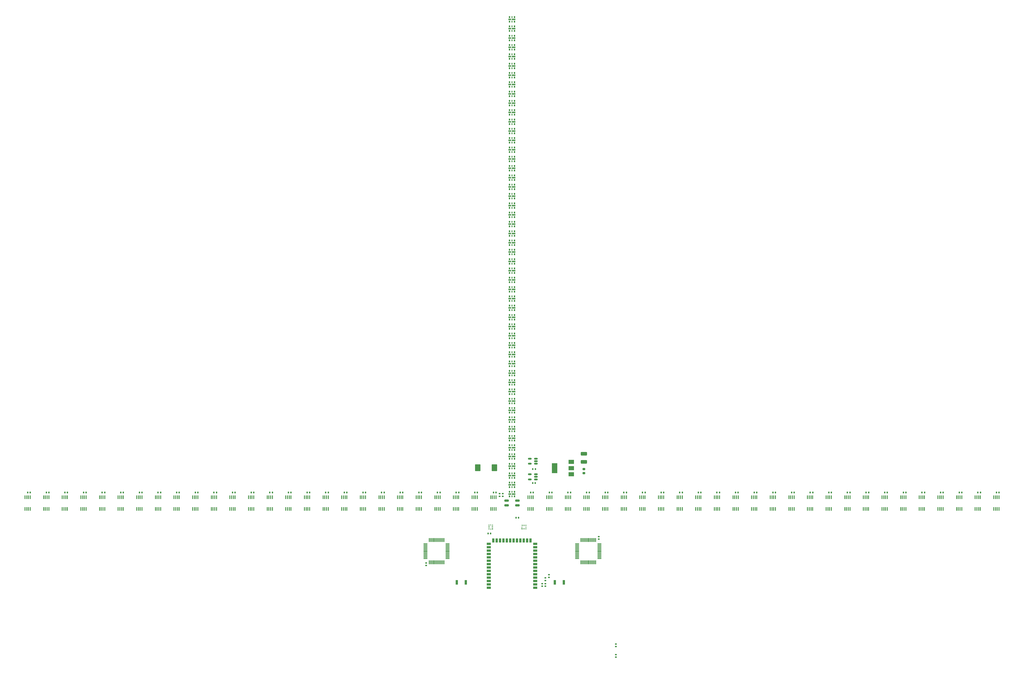
<source format=gbr>
%TF.GenerationSoftware,KiCad,Pcbnew,7.0.8*%
%TF.CreationDate,2023-11-22T15:29:50+01:00*%
%TF.ProjectId,board_fully_integrated,626f6172-645f-4667-956c-6c795f696e74,rev?*%
%TF.SameCoordinates,Original*%
%TF.FileFunction,Paste,Top*%
%TF.FilePolarity,Positive*%
%FSLAX46Y46*%
G04 Gerber Fmt 4.6, Leading zero omitted, Abs format (unit mm)*
G04 Created by KiCad (PCBNEW 7.0.8) date 2023-11-22 15:29:50*
%MOMM*%
%LPD*%
G01*
G04 APERTURE LIST*
G04 Aperture macros list*
%AMRoundRect*
0 Rectangle with rounded corners*
0 $1 Rounding radius*
0 $2 $3 $4 $5 $6 $7 $8 $9 X,Y pos of 4 corners*
0 Add a 4 corners polygon primitive as box body*
4,1,4,$2,$3,$4,$5,$6,$7,$8,$9,$2,$3,0*
0 Add four circle primitives for the rounded corners*
1,1,$1+$1,$2,$3*
1,1,$1+$1,$4,$5*
1,1,$1+$1,$6,$7*
1,1,$1+$1,$8,$9*
0 Add four rect primitives between the rounded corners*
20,1,$1+$1,$2,$3,$4,$5,0*
20,1,$1+$1,$4,$5,$6,$7,0*
20,1,$1+$1,$6,$7,$8,$9,0*
20,1,$1+$1,$8,$9,$2,$3,0*%
G04 Aperture macros list end*
%ADD10RoundRect,0.250000X0.787500X1.025000X-0.787500X1.025000X-0.787500X-1.025000X0.787500X-1.025000X0*%
%ADD11R,0.450000X1.450000*%
%ADD12RoundRect,0.140000X-0.140000X-0.170000X0.140000X-0.170000X0.140000X0.170000X-0.140000X0.170000X0*%
%ADD13R,0.500000X0.800000*%
%ADD14R,1.000000X0.500000*%
%ADD15R,0.300000X0.800000*%
%ADD16R,1.480000X0.500000*%
%ADD17R,1.500000X0.900000*%
%ADD18R,0.900000X1.500000*%
%ADD19RoundRect,0.225000X0.250000X-0.225000X0.250000X0.225000X-0.250000X0.225000X-0.250000X-0.225000X0*%
%ADD20RoundRect,0.135000X0.185000X-0.135000X0.185000X0.135000X-0.185000X0.135000X-0.185000X-0.135000X0*%
%ADD21RoundRect,0.140000X-0.170000X0.140000X-0.170000X-0.140000X0.170000X-0.140000X0.170000X0.140000X0*%
%ADD22R,0.254000X0.558800*%
%ADD23R,0.558800X0.254000*%
%ADD24R,2.000000X1.500000*%
%ADD25R,2.000000X3.800000*%
%ADD26RoundRect,0.075000X-0.662500X-0.075000X0.662500X-0.075000X0.662500X0.075000X-0.662500X0.075000X0*%
%ADD27RoundRect,0.075000X-0.075000X-0.662500X0.075000X-0.662500X0.075000X0.662500X-0.075000X0.662500X0*%
%ADD28RoundRect,0.075000X0.662500X0.075000X-0.662500X0.075000X-0.662500X-0.075000X0.662500X-0.075000X0*%
%ADD29RoundRect,0.075000X0.075000X0.662500X-0.075000X0.662500X-0.075000X-0.662500X0.075000X-0.662500X0*%
%ADD30RoundRect,0.140000X0.140000X0.170000X-0.140000X0.170000X-0.140000X-0.170000X0.140000X-0.170000X0*%
%ADD31R,0.900000X1.700000*%
%ADD32RoundRect,0.150000X0.512500X0.150000X-0.512500X0.150000X-0.512500X-0.150000X0.512500X-0.150000X0*%
%ADD33RoundRect,0.135000X-0.185000X0.135000X-0.185000X-0.135000X0.185000X-0.135000X0.185000X0.135000X0*%
%ADD34RoundRect,0.197500X0.632500X-0.197500X0.632500X0.197500X-0.632500X0.197500X-0.632500X-0.197500X0*%
%ADD35RoundRect,0.140000X0.170000X-0.140000X0.170000X0.140000X-0.170000X0.140000X-0.170000X-0.140000X0*%
%ADD36RoundRect,0.250000X0.925000X-0.412500X0.925000X0.412500X-0.925000X0.412500X-0.925000X-0.412500X0*%
G04 APERTURE END LIST*
%TO.C,IC5*%
G36*
X228826900Y-234395700D02*
G01*
X228826900Y-234954500D01*
X228572900Y-234954500D01*
X228572900Y-234548092D01*
X228445900Y-234548092D01*
X228445900Y-234395692D01*
X228826900Y-234395700D01*
G37*
%TO.C,IC2*%
G36*
X217904400Y-234952200D02*
G01*
X217497992Y-234952200D01*
X217497992Y-235079200D01*
X217345592Y-235079200D01*
X217345600Y-234698200D01*
X217904400Y-234698200D01*
X217904400Y-234952200D01*
G37*
%TD*%
D10*
%TO.C,C66*%
X218362500Y-211750000D03*
X212137500Y-211750000D03*
%TD*%
D11*
%TO.C,U47*%
X336025000Y-227225100D03*
X336675000Y-227225100D03*
X337325000Y-227225100D03*
X337975000Y-227225100D03*
X337975000Y-222825100D03*
X337325000Y-222825100D03*
X336675000Y-222825100D03*
X336025000Y-222825100D03*
%TD*%
%TO.C,U17*%
X133025000Y-227200000D03*
X133675000Y-227200000D03*
X134325000Y-227200000D03*
X134975000Y-227200000D03*
X134975000Y-222800000D03*
X134325000Y-222800000D03*
X133675000Y-222800000D03*
X133025000Y-222800000D03*
%TD*%
%TO.C,U8*%
X70025000Y-227200000D03*
X70675000Y-227200000D03*
X71325000Y-227200000D03*
X71975000Y-227200000D03*
X71975000Y-222800000D03*
X71325000Y-222800000D03*
X70675000Y-222800000D03*
X70025000Y-222800000D03*
%TD*%
D12*
%TO.C,C13*%
X64040000Y-221000000D03*
X65000000Y-221000000D03*
%TD*%
%TO.C,C55*%
X365040000Y-221000000D03*
X366000000Y-221000000D03*
%TD*%
D13*
%TO.C,D34*%
X224100000Y-114000000D03*
D14*
X224170000Y-113150000D03*
D15*
X225000000Y-114000000D03*
D13*
X225900000Y-114000000D03*
X225900000Y-112300000D03*
D15*
X225000000Y-112300000D03*
D16*
X225590000Y-113150000D03*
D13*
X224100000Y-112300000D03*
%TD*%
D17*
%TO.C,U60*%
X233740000Y-256875000D03*
X233740000Y-255605000D03*
X233740000Y-254335000D03*
X233740000Y-253065000D03*
X233740000Y-251795000D03*
X233740000Y-250525000D03*
X233740000Y-249255000D03*
X233740000Y-247985000D03*
X233740000Y-246715000D03*
X233740000Y-245445000D03*
X233740000Y-244175000D03*
X233740000Y-242905000D03*
X233740000Y-241635000D03*
X233740000Y-240365000D03*
D18*
X231975000Y-239115000D03*
X230705000Y-239115000D03*
X229435000Y-239115000D03*
X228165000Y-239115000D03*
X226895000Y-239115000D03*
X225625000Y-239115000D03*
X224355000Y-239115000D03*
X223085000Y-239115000D03*
X221815000Y-239115000D03*
X220545000Y-239115000D03*
X219275000Y-239115000D03*
X218005000Y-239115000D03*
D17*
X216240000Y-240365000D03*
X216240000Y-241635000D03*
X216240000Y-242905000D03*
X216240000Y-244175000D03*
X216240000Y-245445000D03*
X216240000Y-246715000D03*
X216240000Y-247985000D03*
X216240000Y-249255000D03*
X216240000Y-250525000D03*
X216240000Y-251795000D03*
X216240000Y-253065000D03*
X216240000Y-254335000D03*
X216240000Y-255605000D03*
X216240000Y-256875000D03*
%TD*%
D11*
%TO.C,U46*%
X329025000Y-227225100D03*
X329675000Y-227225100D03*
X330325000Y-227225100D03*
X330975000Y-227225100D03*
X330975000Y-222825100D03*
X330325000Y-222825100D03*
X329675000Y-222825100D03*
X329025000Y-222825100D03*
%TD*%
%TO.C,U55*%
X392025000Y-227225100D03*
X392675000Y-227225100D03*
X393325000Y-227225100D03*
X393975000Y-227225100D03*
X393975000Y-222825100D03*
X393325000Y-222825100D03*
X392675000Y-222825100D03*
X392025000Y-222825100D03*
%TD*%
D19*
%TO.C,C1*%
X252000000Y-213775000D03*
X252000000Y-212225000D03*
%TD*%
D12*
%TO.C,C27*%
X162020000Y-221000000D03*
X162980000Y-221000000D03*
%TD*%
D20*
%TO.C,R12*%
X221500000Y-222510000D03*
X221500000Y-221490000D03*
%TD*%
D11*
%TO.C,U26*%
X196025000Y-227200000D03*
X196675000Y-227200000D03*
X197325000Y-227200000D03*
X197975000Y-227200000D03*
X197975000Y-222800000D03*
X197325000Y-222800000D03*
X196675000Y-222800000D03*
X196025000Y-222800000D03*
%TD*%
%TO.C,U37*%
X273025000Y-227225100D03*
X273675000Y-227225100D03*
X274325000Y-227225100D03*
X274975000Y-227225100D03*
X274975000Y-222825100D03*
X274325000Y-222825100D03*
X273675000Y-222825100D03*
X273025000Y-222825100D03*
%TD*%
D12*
%TO.C,C34*%
X211020000Y-221000000D03*
X211980000Y-221000000D03*
%TD*%
D11*
%TO.C,U57*%
X406025000Y-227225100D03*
X406675000Y-227225100D03*
X407325000Y-227225100D03*
X407975000Y-227225100D03*
X407975000Y-222825100D03*
X407325000Y-222825100D03*
X406675000Y-222825100D03*
X406025000Y-222825100D03*
%TD*%
D12*
%TO.C,C58*%
X386040000Y-221000000D03*
X387000000Y-221000000D03*
%TD*%
D13*
%TO.C,D20*%
X224100000Y-163000000D03*
D14*
X224170000Y-162150000D03*
D15*
X225000000Y-163000000D03*
D13*
X225900000Y-163000000D03*
X225900000Y-161300000D03*
D15*
X225000000Y-161300000D03*
D16*
X225590000Y-162150000D03*
D13*
X224100000Y-161300000D03*
%TD*%
D12*
%TO.C,C37*%
X239040000Y-221000000D03*
X240000000Y-221000000D03*
%TD*%
D21*
%TO.C,C3*%
X236369990Y-255296859D03*
X236369990Y-256256859D03*
%TD*%
D11*
%TO.C,U11*%
X91025000Y-227200000D03*
X91675000Y-227200000D03*
X92325000Y-227200000D03*
X92975000Y-227200000D03*
X92975000Y-222800000D03*
X92325000Y-222800000D03*
X91675000Y-222800000D03*
X91025000Y-222800000D03*
%TD*%
D22*
%TO.C,IC5*%
X228699900Y-234675100D03*
X229099950Y-234675100D03*
X229500000Y-234675100D03*
X229900050Y-234675100D03*
X230300100Y-234675100D03*
D23*
X230275000Y-234050100D03*
D22*
X230300100Y-233425100D03*
X229900050Y-233425100D03*
X229500000Y-233425100D03*
X229099950Y-233425100D03*
X228699900Y-233425100D03*
D23*
X228725000Y-234050100D03*
%TD*%
D11*
%TO.C,U50*%
X357025000Y-227225100D03*
X357675000Y-227225100D03*
X358325000Y-227225100D03*
X358975000Y-227225100D03*
X358975000Y-222825100D03*
X358325000Y-222825100D03*
X357675000Y-222825100D03*
X357025000Y-222825100D03*
%TD*%
%TO.C,U27*%
X203025000Y-227200000D03*
X203675000Y-227200000D03*
X204325000Y-227200000D03*
X204975000Y-227200000D03*
X204975000Y-222800000D03*
X204325000Y-222800000D03*
X203675000Y-222800000D03*
X203025000Y-222800000D03*
%TD*%
D24*
%TO.C,IC3*%
X247268000Y-214155000D03*
X247268000Y-211855000D03*
X247268000Y-209555000D03*
D25*
X240968000Y-211855000D03*
%TD*%
D11*
%TO.C,U41*%
X294025000Y-227225100D03*
X294675000Y-227225100D03*
X295325000Y-227225100D03*
X295975000Y-227225100D03*
X295975000Y-222825100D03*
X295325000Y-222825100D03*
X294675000Y-222825100D03*
X294025000Y-222825100D03*
%TD*%
D26*
%TO.C,IC1*%
X192499452Y-240348000D03*
X192499452Y-240848000D03*
X192499452Y-241348000D03*
X192499452Y-241848000D03*
X192499452Y-242348000D03*
X192499452Y-242848000D03*
X192499452Y-243348000D03*
X192499452Y-243848000D03*
X192499452Y-244348000D03*
X192499452Y-244848000D03*
X192499452Y-245348000D03*
X192499452Y-245848000D03*
D27*
X193911952Y-247260500D03*
X194411952Y-247260500D03*
X194911952Y-247260500D03*
X195411952Y-247260500D03*
X195911952Y-247260500D03*
X196411952Y-247260500D03*
X196911952Y-247260500D03*
X197411952Y-247260500D03*
X197911952Y-247260500D03*
X198411952Y-247260500D03*
X198911952Y-247260500D03*
X199411952Y-247260500D03*
D26*
X200824452Y-245848000D03*
X200824452Y-245348000D03*
X200824452Y-244848000D03*
X200824452Y-244348000D03*
X200824452Y-243848000D03*
X200824452Y-243348000D03*
X200824452Y-242848000D03*
X200824452Y-242348000D03*
X200824452Y-241848000D03*
X200824452Y-241348000D03*
X200824452Y-240848000D03*
X200824452Y-240348000D03*
D27*
X199411952Y-238935500D03*
X198911952Y-238935500D03*
X198411952Y-238935500D03*
X197911952Y-238935500D03*
X197411952Y-238935500D03*
X196911952Y-238935500D03*
X196411952Y-238935500D03*
X195911952Y-238935500D03*
X195411952Y-238935500D03*
X194911952Y-238935500D03*
X194411952Y-238935500D03*
X193911952Y-238935500D03*
%TD*%
D13*
%TO.C,D35*%
X224100000Y-110500000D03*
D14*
X224170000Y-109650000D03*
D15*
X225000000Y-110500000D03*
D13*
X225900000Y-110500000D03*
X225900000Y-108800000D03*
D15*
X225000000Y-108800000D03*
D16*
X225590000Y-109650000D03*
D13*
X224100000Y-108800000D03*
%TD*%
D28*
%TO.C,IC4*%
X257824452Y-245848000D03*
X257824452Y-245348000D03*
X257824452Y-244848000D03*
X257824452Y-244348000D03*
X257824452Y-243848000D03*
X257824452Y-243348000D03*
X257824452Y-242848000D03*
X257824452Y-242348000D03*
X257824452Y-241848000D03*
X257824452Y-241348000D03*
X257824452Y-240848000D03*
X257824452Y-240348000D03*
D29*
X256411952Y-238935500D03*
X255911952Y-238935500D03*
X255411952Y-238935500D03*
X254911952Y-238935500D03*
X254411952Y-238935500D03*
X253911952Y-238935500D03*
X253411952Y-238935500D03*
X252911952Y-238935500D03*
X252411952Y-238935500D03*
X251911952Y-238935500D03*
X251411952Y-238935500D03*
X250911952Y-238935500D03*
D28*
X249499452Y-240348000D03*
X249499452Y-240848000D03*
X249499452Y-241348000D03*
X249499452Y-241848000D03*
X249499452Y-242348000D03*
X249499452Y-242848000D03*
X249499452Y-243348000D03*
X249499452Y-243848000D03*
X249499452Y-244348000D03*
X249499452Y-244848000D03*
X249499452Y-245348000D03*
X249499452Y-245848000D03*
D29*
X250911952Y-247260500D03*
X251411952Y-247260500D03*
X251911952Y-247260500D03*
X252411952Y-247260500D03*
X252911952Y-247260500D03*
X253411952Y-247260500D03*
X253911952Y-247260500D03*
X254411952Y-247260500D03*
X254911952Y-247260500D03*
X255411952Y-247260500D03*
X255911952Y-247260500D03*
X256411952Y-247260500D03*
%TD*%
D12*
%TO.C,C20*%
X113020000Y-221000000D03*
X113980000Y-221000000D03*
%TD*%
D13*
%TO.C,D44*%
X224100000Y-79000000D03*
D14*
X224170000Y-78150000D03*
D15*
X225000000Y-79000000D03*
D13*
X225900000Y-79000000D03*
X225900000Y-77300000D03*
D15*
X225000000Y-77300000D03*
D16*
X225590000Y-78150000D03*
D13*
X224100000Y-77300000D03*
%TD*%
%TO.C,D4*%
X224100000Y-219000000D03*
D14*
X224170000Y-218150000D03*
D15*
X225000000Y-219000000D03*
D13*
X225900000Y-219000000D03*
X225900000Y-217300000D03*
D15*
X225000000Y-217300000D03*
D16*
X225590000Y-218150000D03*
D13*
X224100000Y-217300000D03*
%TD*%
%TO.C,D48*%
X224100000Y-65000000D03*
D14*
X224170000Y-64150000D03*
D15*
X225000000Y-65000000D03*
D13*
X225900000Y-65000000D03*
X225900000Y-63300000D03*
D15*
X225000000Y-63300000D03*
D16*
X225590000Y-64150000D03*
D13*
X224100000Y-63300000D03*
%TD*%
D11*
%TO.C,U52*%
X371025000Y-227225100D03*
X371675000Y-227225100D03*
X372325000Y-227225100D03*
X372975000Y-227225100D03*
X372975000Y-222825100D03*
X372325000Y-222825100D03*
X371675000Y-222825100D03*
X371025000Y-222825100D03*
%TD*%
D12*
%TO.C,C24*%
X141020000Y-221000000D03*
X141980000Y-221000000D03*
%TD*%
D11*
%TO.C,U31*%
X238025000Y-227225100D03*
X238675000Y-227225100D03*
X239325000Y-227225100D03*
X239975000Y-227225100D03*
X239975000Y-222825100D03*
X239325000Y-222825100D03*
X238675000Y-222825100D03*
X238025000Y-222825100D03*
%TD*%
D30*
%TO.C,C6*%
X216992845Y-236473624D03*
X216032845Y-236473624D03*
%TD*%
D12*
%TO.C,C32*%
X197000000Y-221000000D03*
X197960000Y-221000000D03*
%TD*%
D13*
%TO.C,D52*%
X224100000Y-51000000D03*
D14*
X224170000Y-50150000D03*
D15*
X225000000Y-51000000D03*
D13*
X225900000Y-51000000D03*
X225900000Y-49300000D03*
D15*
X225000000Y-49300000D03*
D16*
X225590000Y-50150000D03*
D13*
X224100000Y-49300000D03*
%TD*%
%TO.C,D19*%
X224100000Y-166500000D03*
D14*
X224170000Y-165650000D03*
D15*
X225000000Y-166500000D03*
D13*
X225900000Y-166500000D03*
X225900000Y-164800000D03*
D15*
X225000000Y-164800000D03*
D16*
X225590000Y-165650000D03*
D13*
X224100000Y-164800000D03*
%TD*%
D31*
%TO.C,SW2*%
X244480000Y-254845000D03*
X241080000Y-254845000D03*
%TD*%
D13*
%TO.C,D21*%
X224100000Y-159500000D03*
D14*
X224170000Y-158650000D03*
D15*
X225000000Y-159500000D03*
D13*
X225900000Y-159500000D03*
X225900000Y-157800000D03*
D15*
X225000000Y-157800000D03*
D16*
X225590000Y-158650000D03*
D13*
X224100000Y-157800000D03*
%TD*%
%TO.C,D32*%
X224100000Y-121000000D03*
D14*
X224170000Y-120150000D03*
D15*
X225000000Y-121000000D03*
D13*
X225900000Y-121000000D03*
X225900000Y-119300000D03*
D15*
X225000000Y-119300000D03*
D16*
X225590000Y-120150000D03*
D13*
X224100000Y-119300000D03*
%TD*%
%TO.C,D31*%
X224100000Y-124500000D03*
D14*
X224170000Y-123650000D03*
D15*
X225000000Y-124500000D03*
D13*
X225900000Y-124500000D03*
X225900000Y-122800000D03*
D15*
X225000000Y-122800000D03*
D16*
X225590000Y-123650000D03*
D13*
X224100000Y-122800000D03*
%TD*%
D11*
%TO.C,U49*%
X350025000Y-227225100D03*
X350675000Y-227225100D03*
X351325000Y-227225100D03*
X351975000Y-227225100D03*
X351975000Y-222825100D03*
X351325000Y-222825100D03*
X350675000Y-222825100D03*
X350025000Y-222825100D03*
%TD*%
D13*
%TO.C,D16*%
X224100000Y-177000000D03*
D14*
X224170000Y-176150000D03*
D15*
X225000000Y-177000000D03*
D13*
X225900000Y-177000000D03*
X225900000Y-175300000D03*
D15*
X225000000Y-175300000D03*
D16*
X225590000Y-176150000D03*
D13*
X224100000Y-175300000D03*
%TD*%
D12*
%TO.C,C30*%
X183020000Y-221000000D03*
X183980000Y-221000000D03*
%TD*%
D13*
%TO.C,D29*%
X224100000Y-131500000D03*
D14*
X224170000Y-130650000D03*
D15*
X225000000Y-131500000D03*
D13*
X225900000Y-131500000D03*
X225900000Y-129800000D03*
D15*
X225000000Y-129800000D03*
D16*
X225590000Y-130650000D03*
D13*
X224100000Y-129800000D03*
%TD*%
D32*
%TO.C,U1*%
X234000000Y-216102556D03*
X234000000Y-215152556D03*
X234000000Y-214202556D03*
X231725000Y-214202556D03*
X231725000Y-216102556D03*
%TD*%
D33*
%TO.C,R13*%
X220382809Y-221490000D03*
X220382809Y-222510000D03*
%TD*%
D13*
%TO.C,D18*%
X224100000Y-170000000D03*
D14*
X224170000Y-169150000D03*
D15*
X225000000Y-170000000D03*
D13*
X225900000Y-170000000D03*
X225900000Y-168300000D03*
D15*
X225000000Y-168300000D03*
D16*
X225590000Y-169150000D03*
D13*
X224100000Y-168300000D03*
%TD*%
%TO.C,D9*%
X224100000Y-201500000D03*
D14*
X224170000Y-200650000D03*
D15*
X225000000Y-201500000D03*
D13*
X225900000Y-201500000D03*
X225900000Y-199800000D03*
D15*
X225000000Y-199800000D03*
D16*
X225590000Y-200650000D03*
D13*
X224100000Y-199800000D03*
%TD*%
D11*
%TO.C,U14*%
X112025000Y-227200000D03*
X112675000Y-227200000D03*
X113325000Y-227200000D03*
X113975000Y-227200000D03*
X113975000Y-222800000D03*
X113325000Y-222800000D03*
X112675000Y-222800000D03*
X112025000Y-222800000D03*
%TD*%
%TO.C,U42*%
X301025000Y-227225100D03*
X301675000Y-227225100D03*
X302325000Y-227225100D03*
X302975000Y-227225100D03*
X302975000Y-222825100D03*
X302325000Y-222825100D03*
X301675000Y-222825100D03*
X301025000Y-222825100D03*
%TD*%
D13*
%TO.C,D15*%
X224100000Y-180500000D03*
D14*
X224170000Y-179650000D03*
D15*
X225000000Y-180500000D03*
D13*
X225900000Y-180500000D03*
X225900000Y-178800000D03*
D15*
X225000000Y-178800000D03*
D16*
X225590000Y-179650000D03*
D13*
X224100000Y-178800000D03*
%TD*%
D12*
%TO.C,C45*%
X295000000Y-221000000D03*
X295960000Y-221000000D03*
%TD*%
%TO.C,C25*%
X148000000Y-221000000D03*
X148960000Y-221000000D03*
%TD*%
D13*
%TO.C,D25*%
X224100000Y-145500000D03*
D14*
X224170000Y-144650000D03*
D15*
X225000000Y-145500000D03*
D13*
X225900000Y-145500000D03*
X225900000Y-143800000D03*
D15*
X225000000Y-143800000D03*
D16*
X225590000Y-144650000D03*
D13*
X224100000Y-143800000D03*
%TD*%
D30*
%TO.C,C65*%
X227485000Y-230500000D03*
X226525000Y-230500000D03*
%TD*%
D13*
%TO.C,D42*%
X224100000Y-86000000D03*
D14*
X224170000Y-85150000D03*
D15*
X225000000Y-86000000D03*
D13*
X225900000Y-86000000D03*
X225900000Y-84300000D03*
D15*
X225000000Y-84300000D03*
D16*
X225590000Y-85150000D03*
D13*
X224100000Y-84300000D03*
%TD*%
%TO.C,D3*%
X224100000Y-222500000D03*
D14*
X224170000Y-221650000D03*
D15*
X225000000Y-222500000D03*
D13*
X225900000Y-222500000D03*
X225900000Y-220800000D03*
D15*
X225000000Y-220800000D03*
D16*
X225590000Y-221650000D03*
D13*
X224100000Y-220800000D03*
%TD*%
%TO.C,D30*%
X224100000Y-128000000D03*
D14*
X224170000Y-127150000D03*
D15*
X225000000Y-128000000D03*
D13*
X225900000Y-128000000D03*
X225900000Y-126300000D03*
D15*
X225000000Y-126300000D03*
D16*
X225590000Y-127150000D03*
D13*
X224100000Y-126300000D03*
%TD*%
D34*
%TO.C,U61*%
X223000000Y-225900000D03*
X227000000Y-225900000D03*
X227000000Y-224100000D03*
X223000000Y-224100000D03*
%TD*%
D13*
%TO.C,D53*%
X224100000Y-47500000D03*
D14*
X224170000Y-46650000D03*
D15*
X225000000Y-47500000D03*
D13*
X225900000Y-47500000D03*
X225900000Y-45800000D03*
D15*
X225000000Y-45800000D03*
D16*
X225590000Y-46650000D03*
D13*
X224100000Y-45800000D03*
%TD*%
D11*
%TO.C,U25*%
X189025000Y-227200000D03*
X189675000Y-227200000D03*
X190325000Y-227200000D03*
X190975000Y-227200000D03*
X190975000Y-222800000D03*
X190325000Y-222800000D03*
X189675000Y-222800000D03*
X189025000Y-222800000D03*
%TD*%
D13*
%TO.C,D37*%
X224100000Y-103500000D03*
D14*
X224170000Y-102650000D03*
D15*
X225000000Y-103500000D03*
D13*
X225900000Y-103500000D03*
X225900000Y-101800000D03*
D15*
X225000000Y-101800000D03*
D16*
X225590000Y-102650000D03*
D13*
X224100000Y-101800000D03*
%TD*%
%TO.C,D39*%
X224100000Y-96500000D03*
D14*
X224170000Y-95650000D03*
D15*
X225000000Y-96500000D03*
D13*
X225900000Y-96500000D03*
X225900000Y-94800000D03*
D15*
X225000000Y-94800000D03*
D16*
X225590000Y-95650000D03*
D13*
X224100000Y-94800000D03*
%TD*%
%TO.C,D11*%
X224100000Y-194500000D03*
D14*
X224170000Y-193650000D03*
D15*
X225000000Y-194500000D03*
D13*
X225900000Y-194500000D03*
X225900000Y-192800000D03*
D15*
X225000000Y-192800000D03*
D16*
X225590000Y-193650000D03*
D13*
X224100000Y-192800000D03*
%TD*%
D12*
%TO.C,C47*%
X309000000Y-221000000D03*
X309960000Y-221000000D03*
%TD*%
%TO.C,C17*%
X92020000Y-221000000D03*
X92980000Y-221000000D03*
%TD*%
D11*
%TO.C,U51*%
X364025000Y-227225100D03*
X364675000Y-227225100D03*
X365325000Y-227225100D03*
X365975000Y-227225100D03*
X365975000Y-222825100D03*
X365325000Y-222825100D03*
X364675000Y-222825100D03*
X364025000Y-222825100D03*
%TD*%
D23*
%TO.C,IC2*%
X217625000Y-234825200D03*
X217625000Y-234425150D03*
X217625000Y-234025100D03*
X217625000Y-233625050D03*
X217625000Y-233225000D03*
D22*
X217000000Y-233250100D03*
D23*
X216375000Y-233225000D03*
X216375000Y-233625050D03*
X216375000Y-234025100D03*
X216375000Y-234425150D03*
X216375000Y-234825200D03*
D22*
X217000000Y-234800100D03*
%TD*%
D13*
%TO.C,D45*%
X224100000Y-73800000D03*
D16*
X225590000Y-74650000D03*
D15*
X225000000Y-73800000D03*
D13*
X225900000Y-73800000D03*
X225900000Y-75500000D03*
D15*
X225000000Y-75500000D03*
D14*
X224170000Y-74650000D03*
D13*
X224100000Y-75500000D03*
%TD*%
D30*
%TO.C,C63*%
X233745709Y-217514260D03*
X232785709Y-217514260D03*
%TD*%
D12*
%TO.C,C59*%
X393040000Y-221000000D03*
X394000000Y-221000000D03*
%TD*%
D11*
%TO.C,U5*%
X49025000Y-227200000D03*
X49675000Y-227200000D03*
X50325000Y-227200000D03*
X50975000Y-227200000D03*
X50975000Y-222800000D03*
X50325000Y-222800000D03*
X49675000Y-222800000D03*
X49025000Y-222800000D03*
%TD*%
D13*
%TO.C,D13*%
X224100000Y-187500000D03*
D14*
X224170000Y-186650000D03*
D15*
X225000000Y-187500000D03*
D13*
X225900000Y-187500000D03*
X225900000Y-185800000D03*
D15*
X225000000Y-185800000D03*
D16*
X225590000Y-186650000D03*
D13*
X224100000Y-185800000D03*
%TD*%
D11*
%TO.C,U48*%
X343025000Y-227225100D03*
X343675000Y-227225100D03*
X344325000Y-227225100D03*
X344975000Y-227225100D03*
X344975000Y-222825100D03*
X344325000Y-222825100D03*
X343675000Y-222825100D03*
X343025000Y-222825100D03*
%TD*%
D13*
%TO.C,D6*%
X224100000Y-212000000D03*
D14*
X224170000Y-211150000D03*
D15*
X225000000Y-212000000D03*
D13*
X225900000Y-212000000D03*
X225900000Y-210300000D03*
D15*
X225000000Y-210300000D03*
D16*
X225590000Y-211150000D03*
D13*
X224100000Y-210300000D03*
%TD*%
%TO.C,D33*%
X224100000Y-117500000D03*
D14*
X224170000Y-116650000D03*
D15*
X225000000Y-117500000D03*
D13*
X225900000Y-117500000D03*
X225900000Y-115800000D03*
D15*
X225000000Y-115800000D03*
D16*
X225590000Y-116650000D03*
D13*
X224100000Y-115800000D03*
%TD*%
D11*
%TO.C,U54*%
X385025000Y-227225100D03*
X385675000Y-227225100D03*
X386325000Y-227225100D03*
X386975000Y-227225100D03*
X386975000Y-222825100D03*
X386325000Y-222825100D03*
X385675000Y-222825100D03*
X385025000Y-222825100D03*
%TD*%
D13*
%TO.C,D54*%
X224100000Y-44000000D03*
D14*
X224170000Y-43150000D03*
D15*
X225000000Y-44000000D03*
D13*
X225900000Y-44000000D03*
X225900000Y-42300000D03*
D15*
X225000000Y-42300000D03*
D16*
X225590000Y-43150000D03*
D13*
X224100000Y-42300000D03*
%TD*%
%TO.C,D36*%
X224100000Y-107000000D03*
D14*
X224170000Y-106150000D03*
D15*
X225000000Y-107000000D03*
D13*
X225900000Y-107000000D03*
X225900000Y-105300000D03*
D15*
X225000000Y-105300000D03*
D16*
X225590000Y-106150000D03*
D13*
X224100000Y-105300000D03*
%TD*%
D11*
%TO.C,U53*%
X378025000Y-227225100D03*
X378675000Y-227225100D03*
X379325000Y-227225100D03*
X379975000Y-227225100D03*
X379975000Y-222825100D03*
X379325000Y-222825100D03*
X378675000Y-222825100D03*
X378025000Y-222825100D03*
%TD*%
D13*
%TO.C,D49*%
X224100000Y-61500000D03*
D14*
X224170000Y-60650000D03*
D15*
X225000000Y-61500000D03*
D13*
X225900000Y-61500000D03*
X225900000Y-59800000D03*
D15*
X225000000Y-59800000D03*
D16*
X225590000Y-60650000D03*
D13*
X224100000Y-59800000D03*
%TD*%
D11*
%TO.C,U22*%
X168000000Y-227200000D03*
X168650000Y-227200000D03*
X169300000Y-227200000D03*
X169950000Y-227200000D03*
X169950000Y-222800000D03*
X169300000Y-222800000D03*
X168650000Y-222800000D03*
X168000000Y-222800000D03*
%TD*%
D13*
%TO.C,D43*%
X224100000Y-82500000D03*
D14*
X224170000Y-81650000D03*
D15*
X225000000Y-82500000D03*
D13*
X225900000Y-82500000D03*
X225900000Y-80800000D03*
D15*
X225000000Y-80800000D03*
D16*
X225590000Y-81650000D03*
D13*
X224100000Y-80800000D03*
%TD*%
D20*
%TO.C,R3*%
X237573000Y-254155450D03*
X237573000Y-253135450D03*
%TD*%
D12*
%TO.C,C51*%
X337040000Y-221000000D03*
X338000000Y-221000000D03*
%TD*%
%TO.C,C29*%
X176000000Y-221000000D03*
X176960000Y-221000000D03*
%TD*%
D11*
%TO.C,U13*%
X105025000Y-227200000D03*
X105675000Y-227200000D03*
X106325000Y-227200000D03*
X106975000Y-227200000D03*
X106975000Y-222800000D03*
X106325000Y-222800000D03*
X105675000Y-222800000D03*
X105025000Y-222800000D03*
%TD*%
%TO.C,U34*%
X259025000Y-227200000D03*
X259675000Y-227200000D03*
X260325000Y-227200000D03*
X260975000Y-227200000D03*
X260975000Y-222800000D03*
X260325000Y-222800000D03*
X259675000Y-222800000D03*
X259025000Y-222800000D03*
%TD*%
D13*
%TO.C,D28*%
X224100000Y-135000000D03*
D14*
X224170000Y-134150000D03*
D15*
X225000000Y-135000000D03*
D13*
X225900000Y-135000000D03*
X225900000Y-133300000D03*
D15*
X225000000Y-133300000D03*
D16*
X225590000Y-134150000D03*
D13*
X224100000Y-133300000D03*
%TD*%
D12*
%TO.C,C53*%
X351020000Y-221000000D03*
X351980000Y-221000000D03*
%TD*%
D13*
%TO.C,D7*%
X224100000Y-208350000D03*
D14*
X224170000Y-207500000D03*
D15*
X225000000Y-208350000D03*
D13*
X225900000Y-208350000D03*
X225900000Y-206650000D03*
D15*
X225000000Y-206650000D03*
D16*
X225590000Y-207500000D03*
D13*
X224100000Y-206650000D03*
%TD*%
D12*
%TO.C,C38*%
X246040000Y-221000000D03*
X247000000Y-221000000D03*
%TD*%
D11*
%TO.C,U12*%
X98025000Y-227200000D03*
X98675000Y-227200000D03*
X99325000Y-227200000D03*
X99975000Y-227200000D03*
X99975000Y-222800000D03*
X99325000Y-222800000D03*
X98675000Y-222800000D03*
X98025000Y-222800000D03*
%TD*%
%TO.C,U28*%
X210025000Y-227200000D03*
X210675000Y-227200000D03*
X211325000Y-227200000D03*
X211975000Y-227200000D03*
X211975000Y-222800000D03*
X211325000Y-222800000D03*
X210675000Y-222800000D03*
X210025000Y-222800000D03*
%TD*%
D13*
%TO.C,D26*%
X224100000Y-142000000D03*
D14*
X224170000Y-141150000D03*
D15*
X225000000Y-142000000D03*
D13*
X225900000Y-142000000D03*
X225900000Y-140300000D03*
D15*
X225000000Y-140300000D03*
D16*
X225590000Y-141150000D03*
D13*
X224100000Y-140300000D03*
%TD*%
D11*
%TO.C,U16*%
X126025000Y-227200000D03*
X126675000Y-227200000D03*
X127325000Y-227200000D03*
X127975000Y-227200000D03*
X127975000Y-222800000D03*
X127325000Y-222800000D03*
X126675000Y-222800000D03*
X126025000Y-222800000D03*
%TD*%
D12*
%TO.C,C49*%
X323020000Y-221000000D03*
X323980000Y-221000000D03*
%TD*%
D13*
%TO.C,D22*%
X224100000Y-156000000D03*
D14*
X224170000Y-155150000D03*
D15*
X225000000Y-156000000D03*
D13*
X225900000Y-156000000D03*
X225900000Y-154300000D03*
D15*
X225000000Y-154300000D03*
D16*
X225590000Y-155150000D03*
D13*
X224100000Y-154300000D03*
%TD*%
D11*
%TO.C,U43*%
X308025000Y-227225100D03*
X308675000Y-227225100D03*
X309325000Y-227225100D03*
X309975000Y-227225100D03*
X309975000Y-222825100D03*
X309325000Y-222825100D03*
X308675000Y-222825100D03*
X308025000Y-222825100D03*
%TD*%
D12*
%TO.C,C12*%
X57020000Y-221000000D03*
X57980000Y-221000000D03*
%TD*%
%TO.C,C52*%
X344020000Y-221000000D03*
X344980000Y-221000000D03*
%TD*%
D11*
%TO.C,U29*%
X217025000Y-227200000D03*
X217675000Y-227200000D03*
X218325000Y-227200000D03*
X218975000Y-227200000D03*
X218975000Y-222800000D03*
X218325000Y-222800000D03*
X217675000Y-222800000D03*
X217025000Y-222800000D03*
%TD*%
D21*
%TO.C,C62*%
X264000000Y-282006000D03*
X264000000Y-282966000D03*
%TD*%
D12*
%TO.C,C36*%
X232040000Y-221000000D03*
X233000000Y-221000000D03*
%TD*%
D13*
%TO.C,D24*%
X224100000Y-149000000D03*
D14*
X224170000Y-148150000D03*
D15*
X225000000Y-149000000D03*
D13*
X225900000Y-149000000D03*
X225900000Y-147300000D03*
D15*
X225000000Y-147300000D03*
D16*
X225590000Y-148150000D03*
D13*
X224100000Y-147300000D03*
%TD*%
D35*
%TO.C,C8*%
X264000000Y-278980000D03*
X264000000Y-278020000D03*
%TD*%
D12*
%TO.C,C22*%
X127000000Y-221000000D03*
X127960000Y-221000000D03*
%TD*%
%TO.C,C44*%
X288020000Y-221000000D03*
X288980000Y-221000000D03*
%TD*%
%TO.C,C35*%
X218040000Y-221000000D03*
X219000000Y-221000000D03*
%TD*%
%TO.C,C42*%
X274040000Y-221000000D03*
X275000000Y-221000000D03*
%TD*%
D11*
%TO.C,U23*%
X175025000Y-227200000D03*
X175675000Y-227200000D03*
X176325000Y-227200000D03*
X176975000Y-227200000D03*
X176975000Y-222800000D03*
X176325000Y-222800000D03*
X175675000Y-222800000D03*
X175025000Y-222800000D03*
%TD*%
%TO.C,U7*%
X63025000Y-227200000D03*
X63675000Y-227200000D03*
X64325000Y-227200000D03*
X64975000Y-227200000D03*
X64975000Y-222800000D03*
X64325000Y-222800000D03*
X63675000Y-222800000D03*
X63025000Y-222800000D03*
%TD*%
D12*
%TO.C,C46*%
X302000000Y-221000000D03*
X302960000Y-221000000D03*
%TD*%
D13*
%TO.C,D41*%
X224100000Y-89500000D03*
D14*
X224170000Y-88650000D03*
D15*
X225000000Y-89500000D03*
D13*
X225900000Y-89500000D03*
X225900000Y-87800000D03*
D15*
X225000000Y-87800000D03*
D16*
X225590000Y-88650000D03*
D13*
X224100000Y-87800000D03*
%TD*%
D12*
%TO.C,C57*%
X379040000Y-221000000D03*
X380000000Y-221000000D03*
%TD*%
%TO.C,C23*%
X134000000Y-221000000D03*
X134960000Y-221000000D03*
%TD*%
%TO.C,C61*%
X407000000Y-221000000D03*
X407960000Y-221000000D03*
%TD*%
D11*
%TO.C,U10*%
X84025000Y-227200000D03*
X84675000Y-227200000D03*
X85325000Y-227200000D03*
X85975000Y-227200000D03*
X85975000Y-222800000D03*
X85325000Y-222800000D03*
X84675000Y-222800000D03*
X84025000Y-222800000D03*
%TD*%
D12*
%TO.C,C39*%
X253040000Y-221000000D03*
X254000000Y-221000000D03*
%TD*%
D13*
%TO.C,D27*%
X224100000Y-138500000D03*
D14*
X224170000Y-137650000D03*
D15*
X225000000Y-138500000D03*
D13*
X225900000Y-138500000D03*
X225900000Y-136800000D03*
D15*
X225000000Y-136800000D03*
D16*
X225590000Y-137650000D03*
D13*
X224100000Y-136800000D03*
%TD*%
D36*
%TO.C,C5*%
X252000000Y-209537500D03*
X252000000Y-206462500D03*
%TD*%
D13*
%TO.C,D10*%
X224100000Y-198000000D03*
D14*
X224170000Y-197150000D03*
D15*
X225000000Y-198000000D03*
D13*
X225900000Y-198000000D03*
X225900000Y-196300000D03*
D15*
X225000000Y-196300000D03*
D16*
X225590000Y-197150000D03*
D13*
X224100000Y-196300000D03*
%TD*%
D11*
%TO.C,U56*%
X399025000Y-227225100D03*
X399675000Y-227225100D03*
X400325000Y-227225100D03*
X400975000Y-227225100D03*
X400975000Y-222825100D03*
X400325000Y-222825100D03*
X399675000Y-222825100D03*
X399025000Y-222825100D03*
%TD*%
D12*
%TO.C,C26*%
X155020000Y-221000000D03*
X155980000Y-221000000D03*
%TD*%
%TO.C,C18*%
X99020000Y-221000000D03*
X99980000Y-221000000D03*
%TD*%
D11*
%TO.C,U45*%
X322025000Y-227225100D03*
X322675000Y-227225100D03*
X323325000Y-227225100D03*
X323975000Y-227225100D03*
X323975000Y-222825100D03*
X323325000Y-222825100D03*
X322675000Y-222825100D03*
X322025000Y-222825100D03*
%TD*%
%TO.C,U21*%
X161025000Y-227200000D03*
X161675000Y-227200000D03*
X162325000Y-227200000D03*
X162975000Y-227200000D03*
X162975000Y-222800000D03*
X162325000Y-222800000D03*
X161675000Y-222800000D03*
X161025000Y-222800000D03*
%TD*%
%TO.C,U20*%
X154025000Y-227200000D03*
X154675000Y-227200000D03*
X155325000Y-227200000D03*
X155975000Y-227200000D03*
X155975000Y-222800000D03*
X155325000Y-222800000D03*
X154675000Y-222800000D03*
X154025000Y-222800000D03*
%TD*%
D12*
%TO.C,C33*%
X204020000Y-221000000D03*
X204980000Y-221000000D03*
%TD*%
D11*
%TO.C,U39*%
X287025000Y-227225100D03*
X287675000Y-227225100D03*
X288325000Y-227225100D03*
X288975000Y-227225100D03*
X288975000Y-222825100D03*
X288325000Y-222825100D03*
X287675000Y-222825100D03*
X287025000Y-222825100D03*
%TD*%
%TO.C,U32*%
X245025000Y-227225100D03*
X245675000Y-227225100D03*
X246325000Y-227225100D03*
X246975000Y-227225100D03*
X246975000Y-222825100D03*
X246325000Y-222825100D03*
X245675000Y-222825100D03*
X245025000Y-222825100D03*
%TD*%
D12*
%TO.C,C21*%
X120020000Y-221000000D03*
X120980000Y-221000000D03*
%TD*%
D11*
%TO.C,U36*%
X266025000Y-227225100D03*
X266675000Y-227225100D03*
X267325000Y-227225100D03*
X267975000Y-227225100D03*
X267975000Y-222825100D03*
X267325000Y-222825100D03*
X266675000Y-222825100D03*
X266025000Y-222825100D03*
%TD*%
D13*
%TO.C,D51*%
X224100000Y-54500000D03*
D14*
X224170000Y-53650000D03*
D15*
X225000000Y-54500000D03*
D13*
X225900000Y-54500000D03*
X225900000Y-52800000D03*
D15*
X225000000Y-52800000D03*
D16*
X225590000Y-53650000D03*
D13*
X224100000Y-52800000D03*
%TD*%
D12*
%TO.C,C19*%
X106020000Y-221000000D03*
X106980000Y-221000000D03*
%TD*%
D31*
%TO.C,SW1*%
X204250000Y-254845000D03*
X207650000Y-254845000D03*
%TD*%
D13*
%TO.C,D38*%
X224100000Y-100000000D03*
D14*
X224170000Y-99150000D03*
D15*
X225000000Y-100000000D03*
D13*
X225900000Y-100000000D03*
X225900000Y-98300000D03*
D15*
X225000000Y-98300000D03*
D16*
X225590000Y-99150000D03*
D13*
X224100000Y-98300000D03*
%TD*%
D11*
%TO.C,U6*%
X56025000Y-227200000D03*
X56675000Y-227200000D03*
X57325000Y-227200000D03*
X57975000Y-227200000D03*
X57975000Y-222800000D03*
X57325000Y-222800000D03*
X56675000Y-222800000D03*
X56025000Y-222800000D03*
%TD*%
D13*
%TO.C,D23*%
X224100000Y-152500000D03*
D14*
X224170000Y-151650000D03*
D15*
X225000000Y-152500000D03*
D13*
X225900000Y-152500000D03*
X225900000Y-150800000D03*
D15*
X225000000Y-150800000D03*
D16*
X225590000Y-151650000D03*
D13*
X224100000Y-150800000D03*
%TD*%
D32*
%TO.C,U2*%
X234000000Y-210202000D03*
X234000000Y-209252000D03*
X234000000Y-208302000D03*
X231725000Y-208302000D03*
X231725000Y-210202000D03*
%TD*%
D13*
%TO.C,D14*%
X224100000Y-184000000D03*
D14*
X224170000Y-183150000D03*
D15*
X225000000Y-184000000D03*
D13*
X225900000Y-184000000D03*
X225900000Y-182300000D03*
D15*
X225000000Y-182300000D03*
D16*
X225590000Y-183150000D03*
D13*
X224100000Y-182300000D03*
%TD*%
D11*
%TO.C,U30*%
X231025000Y-227225100D03*
X231675000Y-227225100D03*
X232325000Y-227225100D03*
X232975000Y-227225100D03*
X232975000Y-222825100D03*
X232325000Y-222825100D03*
X231675000Y-222825100D03*
X231025000Y-222825100D03*
%TD*%
D12*
%TO.C,C31*%
X190000000Y-221000000D03*
X190960000Y-221000000D03*
%TD*%
D35*
%TO.C,C7*%
X238862364Y-252925780D03*
X238862364Y-251965780D03*
%TD*%
D11*
%TO.C,U44*%
X315025000Y-227225100D03*
X315675000Y-227225100D03*
X316325000Y-227225100D03*
X316975000Y-227225100D03*
X316975000Y-222825100D03*
X316325000Y-222825100D03*
X315675000Y-222825100D03*
X315025000Y-222825100D03*
%TD*%
D13*
%TO.C,D50*%
X224100000Y-58000000D03*
D14*
X224170000Y-57150000D03*
D15*
X225000000Y-58000000D03*
D13*
X225900000Y-58000000D03*
X225900000Y-56300000D03*
D15*
X225000000Y-56300000D03*
D16*
X225590000Y-57150000D03*
D13*
X224100000Y-56300000D03*
%TD*%
D12*
%TO.C,C14*%
X71020000Y-221000000D03*
X71980000Y-221000000D03*
%TD*%
%TO.C,C60*%
X400040000Y-221000000D03*
X401000000Y-221000000D03*
%TD*%
%TO.C,C28*%
X169020000Y-221000000D03*
X169980000Y-221000000D03*
%TD*%
%TO.C,C50*%
X330040000Y-221000000D03*
X331000000Y-221000000D03*
%TD*%
D13*
%TO.C,D12*%
X224100000Y-191000000D03*
D14*
X224170000Y-190150000D03*
D15*
X225000000Y-191000000D03*
D13*
X225900000Y-191000000D03*
X225900000Y-189300000D03*
D15*
X225000000Y-189300000D03*
D16*
X225590000Y-190150000D03*
D13*
X224100000Y-189300000D03*
%TD*%
D21*
%TO.C,C64*%
X257598757Y-237647203D03*
X257598757Y-238607203D03*
%TD*%
D11*
%TO.C,U19*%
X147025000Y-227200000D03*
X147675000Y-227200000D03*
X148325000Y-227200000D03*
X148975000Y-227200000D03*
X148975000Y-222800000D03*
X148325000Y-222800000D03*
X147675000Y-222800000D03*
X147025000Y-222800000D03*
%TD*%
%TO.C,U38*%
X280025000Y-227225100D03*
X280675000Y-227225100D03*
X281325000Y-227225100D03*
X281975000Y-227225100D03*
X281975000Y-222825100D03*
X281325000Y-222825100D03*
X280675000Y-222825100D03*
X280025000Y-222825100D03*
%TD*%
%TO.C,U33*%
X252025000Y-227225100D03*
X252675000Y-227225100D03*
X253325000Y-227225100D03*
X253975000Y-227225100D03*
X253975000Y-222825100D03*
X253325000Y-222825100D03*
X252675000Y-222825100D03*
X252025000Y-222825100D03*
%TD*%
D13*
%TO.C,D47*%
X224100000Y-68500000D03*
D14*
X224170000Y-67650000D03*
D15*
X225000000Y-68500000D03*
D13*
X225900000Y-68500000D03*
X225900000Y-66800000D03*
D15*
X225000000Y-66800000D03*
D16*
X225590000Y-67650000D03*
D13*
X224100000Y-66800000D03*
%TD*%
D11*
%TO.C,U24*%
X182025000Y-227200000D03*
X182675000Y-227200000D03*
X183325000Y-227200000D03*
X183975000Y-227200000D03*
X183975000Y-222800000D03*
X183325000Y-222800000D03*
X182675000Y-222800000D03*
X182025000Y-222800000D03*
%TD*%
D12*
%TO.C,C11*%
X50040000Y-221000000D03*
X51000000Y-221000000D03*
%TD*%
D30*
%TO.C,C9*%
X233775246Y-212226954D03*
X232815246Y-212226954D03*
%TD*%
D21*
%TO.C,C4*%
X237561216Y-255288733D03*
X237561216Y-256248733D03*
%TD*%
D12*
%TO.C,C40*%
X260020000Y-221000000D03*
X260980000Y-221000000D03*
%TD*%
D13*
%TO.C,D5*%
X224100000Y-215500000D03*
D14*
X224170000Y-214650000D03*
D15*
X225000000Y-215500000D03*
D13*
X225900000Y-215500000D03*
X225900000Y-213800000D03*
D15*
X225000000Y-213800000D03*
D16*
X225590000Y-214650000D03*
D13*
X224100000Y-213800000D03*
%TD*%
D11*
%TO.C,U4*%
X42025000Y-227200000D03*
X42675000Y-227200000D03*
X43325000Y-227200000D03*
X43975000Y-227200000D03*
X43975000Y-222800000D03*
X43325000Y-222800000D03*
X42675000Y-222800000D03*
X42025000Y-222800000D03*
%TD*%
D12*
%TO.C,C16*%
X85020000Y-221000000D03*
X85980000Y-221000000D03*
%TD*%
D13*
%TO.C,D46*%
X224100000Y-72000000D03*
D14*
X224170000Y-71150000D03*
D15*
X225000000Y-72000000D03*
D13*
X225900000Y-72000000D03*
X225900000Y-70300000D03*
D15*
X225000000Y-70300000D03*
D16*
X225590000Y-71150000D03*
D13*
X224100000Y-70300000D03*
%TD*%
D12*
%TO.C,C15*%
X78020000Y-221000000D03*
X78980000Y-221000000D03*
%TD*%
D13*
%TO.C,D17*%
X224100000Y-173500000D03*
D14*
X224170000Y-172650000D03*
D15*
X225000000Y-173500000D03*
D13*
X225900000Y-173500000D03*
X225900000Y-171800000D03*
D15*
X225000000Y-171800000D03*
D16*
X225590000Y-172650000D03*
D13*
X224100000Y-171800000D03*
%TD*%
D12*
%TO.C,C48*%
X316020000Y-221000000D03*
X316980000Y-221000000D03*
%TD*%
%TO.C,C56*%
X372040000Y-221000000D03*
X373000000Y-221000000D03*
%TD*%
%TO.C,C41*%
X267020000Y-221000000D03*
X267980000Y-221000000D03*
%TD*%
D35*
%TO.C,C2*%
X192726652Y-248472338D03*
X192726652Y-247512338D03*
%TD*%
D11*
%TO.C,U18*%
X140025000Y-227200000D03*
X140675000Y-227200000D03*
X141325000Y-227200000D03*
X141975000Y-227200000D03*
X141975000Y-222800000D03*
X141325000Y-222800000D03*
X140675000Y-222800000D03*
X140025000Y-222800000D03*
%TD*%
D13*
%TO.C,D40*%
X224100000Y-93000000D03*
D14*
X224170000Y-92150000D03*
D15*
X225000000Y-93000000D03*
D13*
X225900000Y-93000000D03*
X225900000Y-91300000D03*
D15*
X225000000Y-91300000D03*
D16*
X225590000Y-92150000D03*
D13*
X224100000Y-91300000D03*
%TD*%
%TO.C,D8*%
X224100000Y-205000000D03*
D14*
X224170000Y-204150000D03*
D15*
X225000000Y-205000000D03*
D13*
X225900000Y-205000000D03*
X225900000Y-203300000D03*
D15*
X225000000Y-203300000D03*
D16*
X225590000Y-204150000D03*
D13*
X224100000Y-203300000D03*
%TD*%
D11*
%TO.C,U15*%
X119025000Y-227200000D03*
X119675000Y-227200000D03*
X120325000Y-227200000D03*
X120975000Y-227200000D03*
X120975000Y-222800000D03*
X120325000Y-222800000D03*
X119675000Y-222800000D03*
X119025000Y-222800000D03*
%TD*%
D12*
%TO.C,C54*%
X358040000Y-221000000D03*
X359000000Y-221000000D03*
%TD*%
%TO.C,C10*%
X43020000Y-221000000D03*
X43980000Y-221000000D03*
%TD*%
D11*
%TO.C,U9*%
X77025000Y-227200000D03*
X77675000Y-227200000D03*
X78325000Y-227200000D03*
X78975000Y-227200000D03*
X78975000Y-222800000D03*
X78325000Y-222800000D03*
X77675000Y-222800000D03*
X77025000Y-222800000D03*
%TD*%
D12*
%TO.C,C43*%
X281020000Y-221000000D03*
X281980000Y-221000000D03*
%TD*%
M02*

</source>
